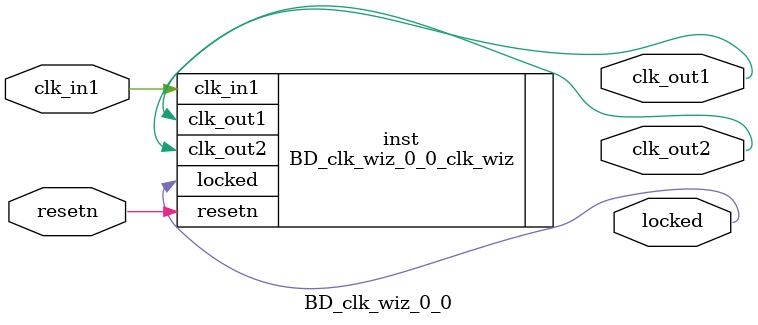
<source format=v>


`timescale 1ps/1ps

(* CORE_GENERATION_INFO = "BD_clk_wiz_0_0,clk_wiz_v6_0_0_0,{component_name=BD_clk_wiz_0_0,use_phase_alignment=true,use_min_o_jitter=false,use_max_i_jitter=false,use_dyn_phase_shift=false,use_inclk_switchover=false,use_dyn_reconfig=false,enable_axi=0,feedback_source=FDBK_AUTO,PRIMITIVE=MMCM,num_out_clk=2,clkin1_period=10.000,clkin2_period=10.000,use_power_down=false,use_reset=true,use_locked=true,use_inclk_stopped=false,feedback_type=SINGLE,CLOCK_MGR_TYPE=NA,manual_override=false}" *)

module BD_clk_wiz_0_0 
 (
  // Clock out ports
  output        clk_out1,
  output        clk_out2,
  // Status and control signals
  input         resetn,
  output        locked,
 // Clock in ports
  input         clk_in1
 );

  BD_clk_wiz_0_0_clk_wiz inst
  (
  // Clock out ports  
  .clk_out1(clk_out1),
  .clk_out2(clk_out2),
  // Status and control signals               
  .resetn(resetn), 
  .locked(locked),
 // Clock in ports
  .clk_in1(clk_in1)
  );

endmodule

</source>
